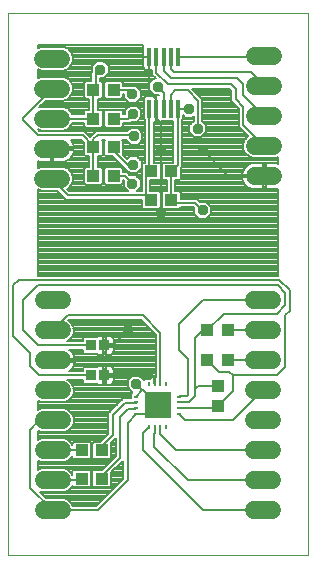
<source format=gtl>
G75*
%MOIN*%
%OFA0B0*%
%FSLAX25Y25*%
%IPPOS*%
%LPD*%
%AMOC8*
5,1,8,0,0,1.08239X$1,22.5*
%
%ADD10C,0.00000*%
%ADD11R,0.09055X0.09055*%
%ADD12R,0.01772X0.00984*%
%ADD13R,0.00984X0.01772*%
%ADD14C,0.06000*%
%ADD15R,0.04331X0.03937*%
%ADD16R,0.03346X0.03543*%
%ADD17R,0.03937X0.04331*%
%ADD18R,0.01575X0.06102*%
%ADD19C,0.00800*%
%ADD20OC8,0.03562*%
D10*
X0002000Y0001000D02*
X0002000Y0181800D01*
X0102000Y0181800D01*
X0102000Y0001000D01*
X0002000Y0001000D01*
D11*
X0052000Y0051000D03*
D12*
X0044913Y0050016D03*
X0044913Y0051984D03*
X0044913Y0053953D03*
X0044913Y0048047D03*
X0059087Y0048047D03*
X0059087Y0050016D03*
X0059087Y0051984D03*
X0059087Y0053953D03*
D13*
X0054953Y0058087D03*
X0052984Y0058087D03*
X0051016Y0058087D03*
X0049047Y0058087D03*
X0049047Y0043913D03*
X0051016Y0043913D03*
X0052984Y0043913D03*
X0054953Y0043913D03*
D14*
X0084000Y0046000D02*
X0090000Y0046000D01*
X0090000Y0056000D02*
X0084000Y0056000D01*
X0084000Y0066000D02*
X0090000Y0066000D01*
X0090000Y0076000D02*
X0084000Y0076000D01*
X0084000Y0086000D02*
X0090000Y0086000D01*
X0090600Y0127400D02*
X0084600Y0127400D01*
X0084600Y0137400D02*
X0090600Y0137400D01*
X0090600Y0147400D02*
X0084600Y0147400D01*
X0084600Y0157400D02*
X0090600Y0157400D01*
X0090600Y0167400D02*
X0084600Y0167400D01*
X0020000Y0086000D02*
X0014000Y0086000D01*
X0014000Y0076000D02*
X0020000Y0076000D01*
X0020000Y0066000D02*
X0014000Y0066000D01*
X0014000Y0056000D02*
X0020000Y0056000D01*
X0020000Y0046000D02*
X0014000Y0046000D01*
X0014000Y0036000D02*
X0020000Y0036000D01*
X0020000Y0026000D02*
X0014000Y0026000D01*
X0014000Y0016000D02*
X0020000Y0016000D01*
X0084000Y0016000D02*
X0090000Y0016000D01*
X0090000Y0026000D02*
X0084000Y0026000D01*
X0084000Y0036000D02*
X0090000Y0036000D01*
X0019800Y0126600D02*
X0013800Y0126600D01*
X0013800Y0136600D02*
X0019800Y0136600D01*
X0019800Y0146600D02*
X0013800Y0146600D01*
X0013800Y0156600D02*
X0019800Y0156600D01*
X0019800Y0166600D02*
X0013800Y0166600D01*
D15*
X0030654Y0156200D03*
X0030654Y0146600D03*
X0037346Y0146600D03*
X0037346Y0156200D03*
X0037346Y0137000D03*
X0037346Y0127400D03*
X0030654Y0127400D03*
X0030654Y0137000D03*
X0049854Y0129000D03*
X0049854Y0119400D03*
X0056546Y0119400D03*
X0056546Y0129000D03*
X0068654Y0076000D03*
X0068654Y0066000D03*
X0075346Y0066000D03*
X0075346Y0076000D03*
X0033471Y0036000D03*
X0033471Y0026625D03*
X0026779Y0026625D03*
X0026779Y0036000D03*
D16*
X0029717Y0061000D03*
X0034283Y0061000D03*
X0034283Y0071000D03*
X0029717Y0071000D03*
D17*
X0072000Y0057471D03*
X0072000Y0050779D03*
D18*
X0058724Y0149939D03*
X0056362Y0149939D03*
X0054000Y0149939D03*
X0051638Y0149939D03*
X0049276Y0149939D03*
X0049276Y0167261D03*
X0051638Y0167261D03*
X0054000Y0167261D03*
X0056362Y0167261D03*
X0058724Y0167261D03*
D19*
X0087461Y0167261D01*
X0087600Y0167400D01*
X0083000Y0162000D02*
X0087600Y0157400D01*
X0083000Y0162000D02*
X0057500Y0162000D01*
X0056362Y0163138D01*
X0056362Y0167261D01*
X0054000Y0167261D02*
X0054000Y0162500D01*
X0056500Y0160000D01*
X0078500Y0160000D01*
X0080500Y0158000D01*
X0080500Y0154500D01*
X0087600Y0147400D01*
X0080500Y0144500D02*
X0087600Y0137400D01*
X0087200Y0131800D02*
X0084254Y0131800D01*
X0083570Y0131692D01*
X0082911Y0131478D01*
X0082294Y0131163D01*
X0081734Y0130756D01*
X0081244Y0130266D01*
X0080837Y0129706D01*
X0080522Y0129089D01*
X0080308Y0128430D01*
X0080209Y0127800D01*
X0087200Y0127800D01*
X0087200Y0131800D01*
X0087200Y0131157D02*
X0088000Y0131157D01*
X0088000Y0131800D02*
X0088000Y0127800D01*
X0087200Y0127800D01*
X0087200Y0127000D01*
X0088000Y0127000D01*
X0088000Y0123000D01*
X0090946Y0123000D01*
X0091630Y0123108D01*
X0092000Y0123228D01*
X0092000Y0094275D01*
X0012000Y0094275D01*
X0012000Y0123016D01*
X0013004Y0122600D01*
X0018420Y0122600D01*
X0020600Y0120420D01*
X0021420Y0119600D01*
X0046688Y0119600D01*
X0046688Y0117017D01*
X0047274Y0116431D01*
X0052433Y0116431D01*
X0053019Y0117017D01*
X0053019Y0121783D01*
X0052433Y0122368D01*
X0049654Y0122368D01*
X0049654Y0126031D01*
X0052433Y0126031D01*
X0053019Y0126617D01*
X0053019Y0131383D01*
X0052433Y0131968D01*
X0050676Y0131968D01*
X0050676Y0145487D01*
X0051638Y0145487D01*
X0052610Y0145487D01*
X0052966Y0145583D01*
X0053285Y0145767D01*
X0053405Y0145887D01*
X0057324Y0145887D01*
X0057324Y0131968D01*
X0053967Y0131968D01*
X0053381Y0131383D01*
X0053381Y0126617D01*
X0053967Y0126031D01*
X0055146Y0126031D01*
X0055146Y0122368D01*
X0053967Y0122368D01*
X0053381Y0121783D01*
X0053381Y0117017D01*
X0053967Y0116431D01*
X0059126Y0116431D01*
X0059712Y0117017D01*
X0059712Y0117100D01*
X0063920Y0117100D01*
X0064219Y0116801D01*
X0064219Y0114848D01*
X0065848Y0113219D01*
X0068152Y0113219D01*
X0069781Y0114848D01*
X0069781Y0117152D01*
X0068152Y0118781D01*
X0066199Y0118781D01*
X0065900Y0119080D01*
X0065080Y0119900D01*
X0059712Y0119900D01*
X0059712Y0121783D01*
X0059126Y0122368D01*
X0057946Y0122368D01*
X0057946Y0126031D01*
X0059126Y0126031D01*
X0059712Y0126617D01*
X0059712Y0130185D01*
X0060124Y0130598D01*
X0060124Y0146086D01*
X0060512Y0146473D01*
X0060512Y0147655D01*
X0061248Y0146919D01*
X0063552Y0146919D01*
X0064037Y0147404D01*
X0064037Y0145721D01*
X0062656Y0144339D01*
X0062656Y0142036D01*
X0064286Y0140406D01*
X0066589Y0140406D01*
X0068219Y0142036D01*
X0068219Y0144339D01*
X0066837Y0145721D01*
X0066837Y0153142D01*
X0063400Y0156580D01*
X0063380Y0156600D01*
X0075920Y0156600D01*
X0076600Y0155920D01*
X0076600Y0152420D01*
X0079100Y0149920D01*
X0079100Y0143920D01*
X0082282Y0140738D01*
X0081209Y0139666D01*
X0080600Y0138196D01*
X0080600Y0136604D01*
X0081209Y0135134D01*
X0082334Y0134009D01*
X0083804Y0133400D01*
X0091396Y0133400D01*
X0092000Y0133650D01*
X0092000Y0131572D01*
X0091630Y0131692D01*
X0090946Y0131800D01*
X0088000Y0131800D01*
X0088000Y0130359D02*
X0087200Y0130359D01*
X0087200Y0129560D02*
X0088000Y0129560D01*
X0088000Y0128762D02*
X0087200Y0128762D01*
X0087200Y0127963D02*
X0088000Y0127963D01*
X0087600Y0127400D02*
X0075600Y0127400D01*
X0067000Y0136000D01*
X0066923Y0140739D02*
X0082281Y0140739D01*
X0081484Y0139941D02*
X0060124Y0139941D01*
X0060124Y0140739D02*
X0063952Y0140739D01*
X0063154Y0141538D02*
X0060124Y0141538D01*
X0060124Y0142337D02*
X0062656Y0142337D01*
X0062656Y0143135D02*
X0060124Y0143135D01*
X0060124Y0143934D02*
X0062656Y0143934D01*
X0063049Y0144732D02*
X0060124Y0144732D01*
X0060124Y0145531D02*
X0063847Y0145531D01*
X0064037Y0146329D02*
X0060368Y0146329D01*
X0060512Y0147128D02*
X0061039Y0147128D01*
X0062400Y0149700D02*
X0058963Y0149700D01*
X0058724Y0149939D01*
X0058724Y0131178D01*
X0056546Y0129000D01*
X0056546Y0119400D01*
X0057446Y0118500D01*
X0064500Y0118500D01*
X0067000Y0116000D01*
X0065477Y0113590D02*
X0012000Y0113590D01*
X0012000Y0112792D02*
X0092000Y0112792D01*
X0092000Y0113590D02*
X0068523Y0113590D01*
X0069322Y0114389D02*
X0092000Y0114389D01*
X0092000Y0115187D02*
X0069781Y0115187D01*
X0069781Y0115986D02*
X0092000Y0115986D01*
X0092000Y0116784D02*
X0069781Y0116784D01*
X0069350Y0117583D02*
X0092000Y0117583D01*
X0092000Y0118381D02*
X0068552Y0118381D01*
X0065900Y0119080D02*
X0065900Y0119080D01*
X0065800Y0119180D02*
X0092000Y0119180D01*
X0092000Y0119978D02*
X0059712Y0119978D01*
X0059712Y0120777D02*
X0092000Y0120777D01*
X0092000Y0121575D02*
X0059712Y0121575D01*
X0057946Y0122374D02*
X0092000Y0122374D01*
X0092000Y0123172D02*
X0091827Y0123172D01*
X0088000Y0123172D02*
X0087200Y0123172D01*
X0087200Y0123000D02*
X0087200Y0127000D01*
X0080209Y0127000D01*
X0080308Y0126370D01*
X0080522Y0125711D01*
X0080837Y0125094D01*
X0081244Y0124534D01*
X0081734Y0124044D01*
X0082294Y0123637D01*
X0082911Y0123322D01*
X0083570Y0123108D01*
X0084254Y0123000D01*
X0087200Y0123000D01*
X0087200Y0123971D02*
X0088000Y0123971D01*
X0088000Y0124769D02*
X0087200Y0124769D01*
X0087200Y0125568D02*
X0088000Y0125568D01*
X0088000Y0126366D02*
X0087200Y0126366D01*
X0087200Y0127165D02*
X0059712Y0127165D01*
X0059712Y0127963D02*
X0080234Y0127963D01*
X0080416Y0128762D02*
X0059712Y0128762D01*
X0059712Y0129560D02*
X0080763Y0129560D01*
X0081336Y0130359D02*
X0059885Y0130359D01*
X0060124Y0131157D02*
X0082286Y0131157D01*
X0083435Y0133553D02*
X0060124Y0133553D01*
X0060124Y0134351D02*
X0081992Y0134351D01*
X0081202Y0135150D02*
X0060124Y0135150D01*
X0060124Y0135948D02*
X0080872Y0135948D01*
X0080600Y0136747D02*
X0060124Y0136747D01*
X0060124Y0137545D02*
X0080600Y0137545D01*
X0080661Y0138344D02*
X0060124Y0138344D01*
X0060124Y0139142D02*
X0080992Y0139142D01*
X0081482Y0141538D02*
X0067721Y0141538D01*
X0068219Y0142337D02*
X0080684Y0142337D01*
X0079885Y0143135D02*
X0068219Y0143135D01*
X0068219Y0143934D02*
X0079100Y0143934D01*
X0079100Y0144732D02*
X0067826Y0144732D01*
X0067027Y0145531D02*
X0079100Y0145531D01*
X0079100Y0146329D02*
X0066837Y0146329D01*
X0066837Y0147128D02*
X0079100Y0147128D01*
X0079100Y0147926D02*
X0066837Y0147926D01*
X0066837Y0148725D02*
X0079100Y0148725D01*
X0079100Y0149523D02*
X0066837Y0149523D01*
X0066837Y0150322D02*
X0078698Y0150322D01*
X0077900Y0151120D02*
X0066837Y0151120D01*
X0066837Y0151919D02*
X0077101Y0151919D01*
X0076600Y0152717D02*
X0066837Y0152717D01*
X0066464Y0153516D02*
X0076600Y0153516D01*
X0076600Y0154314D02*
X0065666Y0154314D01*
X0064867Y0155113D02*
X0076600Y0155113D01*
X0076600Y0155911D02*
X0064069Y0155911D01*
X0062000Y0156000D02*
X0065437Y0152563D01*
X0065437Y0143188D01*
X0064037Y0147128D02*
X0063761Y0147128D01*
X0062000Y0156000D02*
X0057937Y0156000D01*
X0056375Y0154438D01*
X0056375Y0149951D01*
X0056362Y0149939D01*
X0054000Y0149939D02*
X0054000Y0155250D01*
X0052000Y0157250D01*
X0051489Y0160031D02*
X0050848Y0160031D01*
X0049219Y0158402D01*
X0049219Y0156098D01*
X0050848Y0154469D01*
X0052600Y0154469D01*
X0052600Y0154390D01*
X0051638Y0154390D01*
X0051638Y0149939D01*
X0051638Y0149939D01*
X0051638Y0154390D01*
X0050666Y0154390D01*
X0050310Y0154294D01*
X0049991Y0154110D01*
X0049870Y0153990D01*
X0048074Y0153990D01*
X0047488Y0153404D01*
X0047488Y0146473D01*
X0047876Y0146086D01*
X0047876Y0131968D01*
X0047274Y0131968D01*
X0046688Y0131383D01*
X0046688Y0126617D01*
X0046854Y0126452D01*
X0046854Y0122400D01*
X0045033Y0122400D01*
X0046381Y0123748D01*
X0046381Y0126052D01*
X0044752Y0127681D01*
X0042799Y0127681D01*
X0041680Y0128800D01*
X0040512Y0128800D01*
X0040512Y0129783D01*
X0039926Y0130368D01*
X0034767Y0130368D01*
X0034181Y0129783D01*
X0034181Y0125017D01*
X0034767Y0124431D01*
X0039926Y0124431D01*
X0040512Y0125017D01*
X0040512Y0126000D01*
X0040520Y0126000D01*
X0040819Y0125701D01*
X0040819Y0123748D01*
X0042167Y0122400D01*
X0022580Y0122400D01*
X0021857Y0123123D01*
X0022066Y0123209D01*
X0023191Y0124334D01*
X0023800Y0125804D01*
X0023800Y0127396D01*
X0023191Y0128866D01*
X0022066Y0129991D01*
X0020596Y0130600D01*
X0013004Y0130600D01*
X0012000Y0130184D01*
X0012000Y0132579D01*
X0012111Y0132522D01*
X0012770Y0132308D01*
X0013454Y0132200D01*
X0016400Y0132200D01*
X0016400Y0136200D01*
X0017200Y0136200D01*
X0017200Y0137000D01*
X0024191Y0137000D01*
X0024092Y0137630D01*
X0023878Y0138289D01*
X0023563Y0138906D01*
X0023156Y0139466D01*
X0023023Y0139600D01*
X0026420Y0139600D01*
X0027488Y0138532D01*
X0027488Y0134617D01*
X0028074Y0134031D01*
X0029254Y0134031D01*
X0029254Y0130368D01*
X0028074Y0130368D01*
X0027488Y0129783D01*
X0027488Y0125017D01*
X0028074Y0124431D01*
X0033233Y0124431D01*
X0033819Y0125017D01*
X0033819Y0129783D01*
X0033233Y0130368D01*
X0032054Y0130368D01*
X0032054Y0134031D01*
X0033233Y0134031D01*
X0033819Y0134617D01*
X0033819Y0139383D01*
X0033602Y0139600D01*
X0034398Y0139600D01*
X0034181Y0139383D01*
X0034181Y0134617D01*
X0034767Y0134031D01*
X0036989Y0134031D01*
X0040600Y0130420D01*
X0041420Y0129600D01*
X0041567Y0129600D01*
X0042748Y0128419D01*
X0045052Y0128419D01*
X0046681Y0130048D01*
X0046681Y0132352D01*
X0045052Y0133981D01*
X0042748Y0133981D01*
X0041873Y0133106D01*
X0040437Y0134543D01*
X0040512Y0134617D01*
X0040512Y0139383D01*
X0040295Y0139600D01*
X0041406Y0139600D01*
X0041406Y0139536D01*
X0043036Y0137906D01*
X0045339Y0137906D01*
X0046969Y0139536D01*
X0046969Y0141839D01*
X0045339Y0143469D01*
X0043036Y0143469D01*
X0041967Y0142400D01*
X0031420Y0142400D01*
X0030600Y0141580D01*
X0029500Y0140480D01*
X0028400Y0141580D01*
X0027580Y0142400D01*
X0012580Y0142400D01*
X0012000Y0142980D01*
X0012000Y0143016D01*
X0013004Y0142600D01*
X0020596Y0142600D01*
X0022066Y0143209D01*
X0023191Y0144334D01*
X0023550Y0145200D01*
X0027488Y0145200D01*
X0027488Y0144217D01*
X0028074Y0143631D01*
X0033233Y0143631D01*
X0033819Y0144217D01*
X0033819Y0148983D01*
X0033233Y0149568D01*
X0032054Y0149568D01*
X0032054Y0153231D01*
X0033233Y0153231D01*
X0033819Y0153817D01*
X0033819Y0158583D01*
X0033233Y0159168D01*
X0032775Y0159168D01*
X0032775Y0160094D01*
X0034089Y0160094D01*
X0035719Y0161723D01*
X0035719Y0164027D01*
X0034089Y0165656D01*
X0031786Y0165656D01*
X0030156Y0164027D01*
X0030156Y0162074D01*
X0029975Y0161892D01*
X0029975Y0159168D01*
X0028074Y0159168D01*
X0027488Y0158583D01*
X0027488Y0153817D01*
X0028074Y0153231D01*
X0029254Y0153231D01*
X0029254Y0149568D01*
X0028074Y0149568D01*
X0027488Y0148983D01*
X0027488Y0148000D01*
X0023550Y0148000D01*
X0023191Y0148866D01*
X0022066Y0149991D01*
X0020596Y0150600D01*
X0013004Y0150600D01*
X0012621Y0150441D01*
X0014780Y0152600D01*
X0020596Y0152600D01*
X0022066Y0153209D01*
X0023191Y0154334D01*
X0023800Y0155804D01*
X0023800Y0157396D01*
X0023191Y0158866D01*
X0022066Y0159991D01*
X0020596Y0160600D01*
X0013004Y0160600D01*
X0012000Y0160184D01*
X0012000Y0163016D01*
X0013004Y0162600D01*
X0020596Y0162600D01*
X0022066Y0163209D01*
X0023191Y0164334D01*
X0023800Y0165804D01*
X0023800Y0167396D01*
X0023191Y0168866D01*
X0022066Y0169991D01*
X0020596Y0170600D01*
X0013004Y0170600D01*
X0012000Y0170184D01*
X0012000Y0171000D01*
X0047268Y0171000D01*
X0047184Y0170853D01*
X0047088Y0170497D01*
X0047088Y0167261D01*
X0047088Y0164026D01*
X0047184Y0163670D01*
X0047368Y0163351D01*
X0047629Y0163090D01*
X0047948Y0162906D01*
X0048304Y0162810D01*
X0049276Y0162810D01*
X0050238Y0162810D01*
X0050238Y0161282D01*
X0051489Y0160031D01*
X0050721Y0159904D02*
X0032775Y0159904D01*
X0033296Y0159105D02*
X0034704Y0159105D01*
X0034767Y0159168D02*
X0034181Y0158583D01*
X0034181Y0153817D01*
X0034767Y0153231D01*
X0039926Y0153231D01*
X0040512Y0153817D01*
X0040512Y0154800D01*
X0040781Y0154800D01*
X0040781Y0153598D01*
X0042411Y0151969D01*
X0044714Y0151969D01*
X0046344Y0153598D01*
X0046344Y0155902D01*
X0044714Y0157531D01*
X0042449Y0157531D01*
X0042380Y0157600D01*
X0040512Y0157600D01*
X0040512Y0158583D01*
X0039926Y0159168D01*
X0034767Y0159168D01*
X0034181Y0158307D02*
X0033819Y0158307D01*
X0033819Y0157508D02*
X0034181Y0157508D01*
X0034181Y0156710D02*
X0033819Y0156710D01*
X0033819Y0155911D02*
X0034181Y0155911D01*
X0034181Y0155113D02*
X0033819Y0155113D01*
X0033819Y0154314D02*
X0034181Y0154314D01*
X0034483Y0153516D02*
X0033517Y0153516D01*
X0032054Y0152717D02*
X0041662Y0152717D01*
X0040864Y0153516D02*
X0040210Y0153516D01*
X0040512Y0154314D02*
X0040781Y0154314D01*
X0042000Y0156000D02*
X0041800Y0156200D01*
X0037346Y0156200D01*
X0034698Y0160702D02*
X0050818Y0160702D01*
X0050238Y0161501D02*
X0035496Y0161501D01*
X0035719Y0162299D02*
X0050238Y0162299D01*
X0049276Y0162810D02*
X0049276Y0167261D01*
X0049276Y0167261D01*
X0049276Y0162810D01*
X0049276Y0163098D02*
X0049276Y0163098D01*
X0049276Y0163896D02*
X0049276Y0163896D01*
X0049276Y0164695D02*
X0049276Y0164695D01*
X0049276Y0165493D02*
X0049276Y0165493D01*
X0049276Y0166292D02*
X0049276Y0166292D01*
X0049276Y0167090D02*
X0049276Y0167090D01*
X0049200Y0167186D02*
X0049276Y0167261D01*
X0049275Y0167261D02*
X0047088Y0167261D01*
X0049275Y0167261D01*
X0049275Y0167261D01*
X0049200Y0167186D02*
X0049200Y0155300D01*
X0051687Y0152813D01*
X0051687Y0149988D01*
X0051638Y0149939D01*
X0051687Y0149889D01*
X0051687Y0146625D01*
X0052000Y0146313D01*
X0052000Y0146000D01*
X0053250Y0144750D01*
X0053250Y0136000D01*
X0053250Y0115062D01*
X0053614Y0116784D02*
X0052786Y0116784D01*
X0053019Y0117583D02*
X0053381Y0117583D01*
X0053381Y0118381D02*
X0053019Y0118381D01*
X0053019Y0119180D02*
X0053381Y0119180D01*
X0053381Y0119978D02*
X0053019Y0119978D01*
X0053019Y0120777D02*
X0053381Y0120777D01*
X0053381Y0121575D02*
X0053019Y0121575D01*
X0055146Y0122374D02*
X0049654Y0122374D01*
X0049654Y0123172D02*
X0055146Y0123172D01*
X0055146Y0123971D02*
X0049654Y0123971D01*
X0049654Y0124769D02*
X0055146Y0124769D01*
X0055146Y0125568D02*
X0049654Y0125568D01*
X0048254Y0127400D02*
X0049854Y0129000D01*
X0049276Y0129578D01*
X0049276Y0149939D01*
X0047488Y0150322D02*
X0045674Y0150322D01*
X0045027Y0150969D02*
X0046656Y0149339D01*
X0046656Y0147036D01*
X0045027Y0145406D01*
X0043074Y0145406D01*
X0042867Y0145200D01*
X0040512Y0145200D01*
X0040512Y0144217D01*
X0039926Y0143631D01*
X0034767Y0143631D01*
X0034181Y0144217D01*
X0034181Y0148983D01*
X0034767Y0149568D01*
X0039926Y0149568D01*
X0040512Y0148983D01*
X0040512Y0148000D01*
X0041094Y0148000D01*
X0041094Y0149339D01*
X0042723Y0150969D01*
X0045027Y0150969D01*
X0045463Y0152717D02*
X0047488Y0152717D01*
X0047488Y0151919D02*
X0032054Y0151919D01*
X0032054Y0151120D02*
X0047488Y0151120D01*
X0047488Y0149523D02*
X0046472Y0149523D01*
X0046656Y0148725D02*
X0047488Y0148725D01*
X0047488Y0147926D02*
X0046656Y0147926D01*
X0046656Y0147128D02*
X0047488Y0147128D01*
X0047632Y0146329D02*
X0045950Y0146329D01*
X0045151Y0145531D02*
X0047876Y0145531D01*
X0047876Y0144732D02*
X0040512Y0144732D01*
X0040228Y0143934D02*
X0047876Y0143934D01*
X0047876Y0143135D02*
X0045673Y0143135D01*
X0046472Y0142337D02*
X0047876Y0142337D01*
X0047876Y0141538D02*
X0046969Y0141538D01*
X0046969Y0140739D02*
X0047876Y0140739D01*
X0047876Y0139941D02*
X0046969Y0139941D01*
X0046576Y0139142D02*
X0047876Y0139142D01*
X0047876Y0138344D02*
X0045777Y0138344D01*
X0044187Y0140688D02*
X0043875Y0141000D01*
X0032000Y0141000D01*
X0030654Y0139654D01*
X0030654Y0137000D01*
X0030654Y0127400D01*
X0033243Y0130359D02*
X0034757Y0130359D01*
X0034181Y0129560D02*
X0033819Y0129560D01*
X0033819Y0128762D02*
X0034181Y0128762D01*
X0034181Y0127963D02*
X0033819Y0127963D01*
X0033819Y0127165D02*
X0034181Y0127165D01*
X0034181Y0126366D02*
X0033819Y0126366D01*
X0033819Y0125568D02*
X0034181Y0125568D01*
X0034429Y0124769D02*
X0033571Y0124769D01*
X0037346Y0127400D02*
X0041100Y0127400D01*
X0043600Y0124900D01*
X0045805Y0123172D02*
X0046854Y0123172D01*
X0046854Y0123971D02*
X0046381Y0123971D01*
X0046381Y0124769D02*
X0046854Y0124769D01*
X0046854Y0125568D02*
X0046381Y0125568D01*
X0046067Y0126366D02*
X0046854Y0126366D01*
X0046688Y0127165D02*
X0045268Y0127165D01*
X0045395Y0128762D02*
X0046688Y0128762D01*
X0046688Y0129560D02*
X0046193Y0129560D01*
X0046681Y0130359D02*
X0046688Y0130359D01*
X0046681Y0131157D02*
X0046688Y0131157D01*
X0046681Y0131956D02*
X0047261Y0131956D01*
X0047876Y0132754D02*
X0046279Y0132754D01*
X0045480Y0133553D02*
X0047876Y0133553D01*
X0047876Y0134351D02*
X0040628Y0134351D01*
X0040512Y0135150D02*
X0047876Y0135150D01*
X0047876Y0135948D02*
X0040512Y0135948D01*
X0040512Y0136747D02*
X0047876Y0136747D01*
X0047876Y0137545D02*
X0040512Y0137545D01*
X0040512Y0138344D02*
X0042598Y0138344D01*
X0041799Y0139142D02*
X0040512Y0139142D01*
X0042702Y0143135D02*
X0021887Y0143135D01*
X0022790Y0143934D02*
X0027772Y0143934D01*
X0027488Y0144732D02*
X0023356Y0144732D01*
X0023250Y0148725D02*
X0027488Y0148725D01*
X0028029Y0149523D02*
X0022534Y0149523D01*
X0021268Y0150322D02*
X0029254Y0150322D01*
X0029254Y0151120D02*
X0013300Y0151120D01*
X0014099Y0151919D02*
X0029254Y0151919D01*
X0029254Y0152717D02*
X0020878Y0152717D01*
X0022373Y0153516D02*
X0027790Y0153516D01*
X0027488Y0154314D02*
X0023171Y0154314D01*
X0023513Y0155113D02*
X0027488Y0155113D01*
X0027488Y0155911D02*
X0023800Y0155911D01*
X0023800Y0156710D02*
X0027488Y0156710D01*
X0027488Y0157508D02*
X0023753Y0157508D01*
X0023423Y0158307D02*
X0027488Y0158307D01*
X0028011Y0159105D02*
X0022952Y0159105D01*
X0022153Y0159904D02*
X0029975Y0159904D01*
X0029975Y0160702D02*
X0012000Y0160702D01*
X0012000Y0161501D02*
X0029975Y0161501D01*
X0030156Y0162299D02*
X0012000Y0162299D01*
X0016800Y0156600D02*
X0007000Y0146800D01*
X0007000Y0146000D01*
X0012000Y0141000D01*
X0027000Y0141000D01*
X0030654Y0137346D01*
X0030654Y0137000D01*
X0032054Y0133553D02*
X0037467Y0133553D01*
X0038266Y0132754D02*
X0032054Y0132754D01*
X0032054Y0131956D02*
X0039064Y0131956D01*
X0039863Y0131157D02*
X0032054Y0131157D01*
X0033553Y0134351D02*
X0034447Y0134351D01*
X0034181Y0135150D02*
X0033819Y0135150D01*
X0033819Y0135948D02*
X0034181Y0135948D01*
X0034181Y0136747D02*
X0033819Y0136747D01*
X0033819Y0137545D02*
X0034181Y0137545D01*
X0034181Y0138344D02*
X0033819Y0138344D01*
X0033819Y0139142D02*
X0034181Y0139142D01*
X0034465Y0143934D02*
X0033535Y0143934D01*
X0033819Y0144732D02*
X0034181Y0144732D01*
X0034181Y0145531D02*
X0033819Y0145531D01*
X0033819Y0146329D02*
X0034181Y0146329D01*
X0034181Y0147128D02*
X0033819Y0147128D01*
X0033819Y0147926D02*
X0034181Y0147926D01*
X0034181Y0148725D02*
X0033819Y0148725D01*
X0033278Y0149523D02*
X0034721Y0149523D01*
X0037346Y0146600D02*
X0042288Y0146600D01*
X0043875Y0148188D01*
X0042076Y0150322D02*
X0032054Y0150322D01*
X0030654Y0146600D02*
X0030654Y0156200D01*
X0031375Y0156921D01*
X0031375Y0161313D01*
X0032938Y0162875D01*
X0034252Y0165493D02*
X0047088Y0165493D01*
X0047088Y0164695D02*
X0035051Y0164695D01*
X0035719Y0163896D02*
X0047123Y0163896D01*
X0047621Y0163098D02*
X0035719Y0163098D01*
X0031623Y0165493D02*
X0023671Y0165493D01*
X0023800Y0166292D02*
X0047088Y0166292D01*
X0047088Y0167090D02*
X0023800Y0167090D01*
X0023596Y0167889D02*
X0047088Y0167889D01*
X0047088Y0168687D02*
X0023265Y0168687D01*
X0022571Y0169486D02*
X0047088Y0169486D01*
X0047088Y0170284D02*
X0021358Y0170284D01*
X0023340Y0164695D02*
X0030824Y0164695D01*
X0030156Y0163896D02*
X0022753Y0163896D01*
X0021797Y0163098D02*
X0030156Y0163098D01*
X0030654Y0146600D02*
X0016800Y0146600D01*
X0017200Y0136747D02*
X0027488Y0136747D01*
X0027488Y0137545D02*
X0024105Y0137545D01*
X0023850Y0138344D02*
X0027488Y0138344D01*
X0026878Y0139142D02*
X0023391Y0139142D01*
X0024191Y0136200D02*
X0024092Y0135570D01*
X0023878Y0134911D01*
X0023563Y0134294D01*
X0023156Y0133734D01*
X0022666Y0133244D01*
X0022106Y0132837D01*
X0021489Y0132522D01*
X0020830Y0132308D01*
X0020146Y0132200D01*
X0017200Y0132200D01*
X0017200Y0136200D01*
X0024191Y0136200D01*
X0024152Y0135948D02*
X0027488Y0135948D01*
X0027488Y0135150D02*
X0023955Y0135150D01*
X0023592Y0134351D02*
X0027754Y0134351D01*
X0029254Y0133553D02*
X0022975Y0133553D01*
X0021944Y0132754D02*
X0029254Y0132754D01*
X0029254Y0131956D02*
X0012000Y0131956D01*
X0012000Y0131157D02*
X0029254Y0131157D01*
X0028064Y0130359D02*
X0021178Y0130359D01*
X0022497Y0129560D02*
X0027488Y0129560D01*
X0027488Y0128762D02*
X0023234Y0128762D01*
X0023565Y0127963D02*
X0027488Y0127963D01*
X0027488Y0127165D02*
X0023800Y0127165D01*
X0023800Y0126366D02*
X0027488Y0126366D01*
X0027488Y0125568D02*
X0023702Y0125568D01*
X0023371Y0124769D02*
X0027736Y0124769D01*
X0022828Y0123971D02*
X0040819Y0123971D01*
X0040819Y0124769D02*
X0040264Y0124769D01*
X0040512Y0125568D02*
X0040819Y0125568D01*
X0041395Y0123172D02*
X0021977Y0123172D01*
X0022000Y0121000D02*
X0048254Y0121000D01*
X0048254Y0127400D01*
X0046688Y0127963D02*
X0042517Y0127963D01*
X0042405Y0128762D02*
X0041718Y0128762D01*
X0041607Y0129560D02*
X0040512Y0129560D01*
X0040661Y0130359D02*
X0039936Y0130359D01*
X0042000Y0131000D02*
X0043700Y0131000D01*
X0043900Y0131200D01*
X0042000Y0131000D02*
X0037346Y0135654D01*
X0037346Y0137000D01*
X0041427Y0133553D02*
X0042320Y0133553D01*
X0048254Y0121000D02*
X0049854Y0119400D01*
X0046688Y0119180D02*
X0012000Y0119180D01*
X0012000Y0119978D02*
X0021042Y0119978D01*
X0020243Y0120777D02*
X0012000Y0120777D01*
X0012000Y0121575D02*
X0019445Y0121575D01*
X0018646Y0122374D02*
X0012000Y0122374D01*
X0012000Y0118381D02*
X0046688Y0118381D01*
X0046688Y0117583D02*
X0012000Y0117583D01*
X0012000Y0116784D02*
X0046921Y0116784D01*
X0052768Y0126366D02*
X0053632Y0126366D01*
X0053381Y0127165D02*
X0053019Y0127165D01*
X0053019Y0127963D02*
X0053381Y0127963D01*
X0053381Y0128762D02*
X0053019Y0128762D01*
X0053019Y0129560D02*
X0053381Y0129560D01*
X0053381Y0130359D02*
X0053019Y0130359D01*
X0053019Y0131157D02*
X0053381Y0131157D01*
X0053954Y0131956D02*
X0052446Y0131956D01*
X0050676Y0132754D02*
X0057324Y0132754D01*
X0057324Y0133553D02*
X0050676Y0133553D01*
X0050676Y0134351D02*
X0057324Y0134351D01*
X0057324Y0135150D02*
X0050676Y0135150D01*
X0050676Y0135948D02*
X0057324Y0135948D01*
X0057324Y0136747D02*
X0050676Y0136747D01*
X0050676Y0137545D02*
X0057324Y0137545D01*
X0057324Y0138344D02*
X0050676Y0138344D01*
X0050676Y0139142D02*
X0057324Y0139142D01*
X0057324Y0139941D02*
X0050676Y0139941D01*
X0050676Y0140739D02*
X0057324Y0140739D01*
X0057324Y0141538D02*
X0050676Y0141538D01*
X0050676Y0142337D02*
X0057324Y0142337D01*
X0057324Y0143135D02*
X0050676Y0143135D01*
X0050676Y0143934D02*
X0057324Y0143934D01*
X0057324Y0144732D02*
X0050676Y0144732D01*
X0051638Y0145487D02*
X0051638Y0149938D01*
X0051638Y0145487D01*
X0051638Y0145531D02*
X0051638Y0145531D01*
X0051638Y0146329D02*
X0051638Y0146329D01*
X0051638Y0147128D02*
X0051638Y0147128D01*
X0051638Y0147926D02*
X0051638Y0147926D01*
X0051638Y0148725D02*
X0051638Y0148725D01*
X0051638Y0149523D02*
X0051638Y0149523D01*
X0051638Y0149938D02*
X0051638Y0149938D01*
X0051638Y0150322D02*
X0051638Y0150322D01*
X0051638Y0151120D02*
X0051638Y0151120D01*
X0051638Y0151919D02*
X0051638Y0151919D01*
X0051638Y0152717D02*
X0051638Y0152717D01*
X0051638Y0153516D02*
X0051638Y0153516D01*
X0051638Y0154314D02*
X0051638Y0154314D01*
X0050384Y0154314D02*
X0046344Y0154314D01*
X0046344Y0155113D02*
X0050204Y0155113D01*
X0049406Y0155911D02*
X0046334Y0155911D01*
X0045536Y0156710D02*
X0049219Y0156710D01*
X0049219Y0157508D02*
X0044737Y0157508D01*
X0042313Y0156000D02*
X0043562Y0154750D01*
X0042313Y0156000D02*
X0042000Y0156000D01*
X0040512Y0158307D02*
X0049219Y0158307D01*
X0049922Y0159105D02*
X0039989Y0159105D01*
X0046261Y0153516D02*
X0047600Y0153516D01*
X0055500Y0158000D02*
X0051638Y0161862D01*
X0051638Y0167261D01*
X0055500Y0158000D02*
X0076500Y0158000D01*
X0078000Y0156500D01*
X0078000Y0153000D01*
X0080500Y0150500D01*
X0080500Y0144500D01*
X0080309Y0126366D02*
X0059461Y0126366D01*
X0057946Y0125568D02*
X0080595Y0125568D01*
X0081073Y0124769D02*
X0057946Y0124769D01*
X0057946Y0123971D02*
X0081834Y0123971D01*
X0083373Y0123172D02*
X0057946Y0123172D01*
X0059479Y0116784D02*
X0064219Y0116784D01*
X0064219Y0115986D02*
X0012000Y0115986D01*
X0012000Y0115187D02*
X0064219Y0115187D01*
X0064678Y0114389D02*
X0012000Y0114389D01*
X0012000Y0111993D02*
X0092000Y0111993D01*
X0092000Y0111195D02*
X0012000Y0111195D01*
X0012000Y0110396D02*
X0092000Y0110396D01*
X0092000Y0109598D02*
X0012000Y0109598D01*
X0012000Y0108799D02*
X0092000Y0108799D01*
X0092000Y0108001D02*
X0012000Y0108001D01*
X0012000Y0107202D02*
X0092000Y0107202D01*
X0092000Y0106403D02*
X0012000Y0106403D01*
X0012000Y0105605D02*
X0092000Y0105605D01*
X0092000Y0104806D02*
X0012000Y0104806D01*
X0012000Y0104008D02*
X0092000Y0104008D01*
X0092000Y0103209D02*
X0012000Y0103209D01*
X0012000Y0102411D02*
X0092000Y0102411D01*
X0092000Y0101612D02*
X0012000Y0101612D01*
X0012000Y0100814D02*
X0092000Y0100814D01*
X0092000Y0100015D02*
X0012000Y0100015D01*
X0012000Y0099217D02*
X0092000Y0099217D01*
X0092000Y0098418D02*
X0012000Y0098418D01*
X0012000Y0097620D02*
X0092000Y0097620D01*
X0092000Y0096821D02*
X0012000Y0096821D01*
X0012000Y0096023D02*
X0092000Y0096023D01*
X0092000Y0095224D02*
X0012000Y0095224D01*
X0012000Y0094426D02*
X0092000Y0094426D01*
X0092625Y0092875D02*
X0096062Y0089437D01*
X0096062Y0082563D01*
X0094500Y0081000D01*
X0094500Y0063812D01*
X0091687Y0061000D01*
X0077000Y0061000D01*
X0077000Y0055779D01*
X0072000Y0050779D01*
X0071284Y0050062D01*
X0059133Y0050062D01*
X0059087Y0050016D01*
X0059087Y0051984D02*
X0062359Y0051984D01*
X0064500Y0054125D01*
X0064500Y0056625D01*
X0065346Y0057471D01*
X0072000Y0057471D01*
X0072404Y0062250D02*
X0068654Y0066000D01*
X0072404Y0062250D02*
X0075750Y0062250D01*
X0077000Y0061000D01*
X0075346Y0066000D02*
X0087000Y0066000D01*
X0087000Y0076000D02*
X0075346Y0076000D01*
X0074279Y0081625D02*
X0068654Y0076000D01*
X0067000Y0076000D01*
X0064500Y0073500D01*
X0064500Y0056625D01*
X0062000Y0054437D02*
X0061687Y0054125D01*
X0059259Y0054125D01*
X0059087Y0053953D01*
X0062000Y0054437D02*
X0062000Y0066600D01*
X0059087Y0069513D01*
X0059087Y0078087D01*
X0067000Y0086000D01*
X0087000Y0086000D01*
X0091687Y0081625D02*
X0094500Y0084438D01*
X0094500Y0088500D01*
X0092000Y0091000D01*
X0012000Y0091000D01*
X0007000Y0086000D01*
X0007000Y0076000D01*
X0012000Y0071000D01*
X0029717Y0071000D01*
X0031630Y0073772D02*
X0027629Y0073772D01*
X0027043Y0073186D01*
X0027043Y0072400D01*
X0021761Y0072400D01*
X0022266Y0072609D01*
X0023391Y0073734D01*
X0024000Y0075204D01*
X0024000Y0076796D01*
X0023391Y0078266D01*
X0022318Y0079338D01*
X0022580Y0079600D01*
X0046420Y0079600D01*
X0051584Y0074436D01*
X0051584Y0060372D01*
X0051016Y0060372D01*
X0051016Y0058087D01*
X0051016Y0058087D01*
X0051016Y0060372D01*
X0050339Y0060372D01*
X0049983Y0060277D01*
X0049664Y0060093D01*
X0049544Y0059972D01*
X0048141Y0059972D01*
X0047555Y0059387D01*
X0047555Y0059378D01*
X0045964Y0060969D01*
X0043661Y0060969D01*
X0042031Y0059339D01*
X0042031Y0057036D01*
X0043622Y0055445D01*
X0043613Y0055445D01*
X0043028Y0054859D01*
X0043028Y0053337D01*
X0040483Y0053337D01*
X0039663Y0052517D01*
X0035600Y0048455D01*
X0035600Y0041580D01*
X0032989Y0038968D01*
X0030892Y0038968D01*
X0030306Y0038383D01*
X0030306Y0033617D01*
X0030892Y0033031D01*
X0036051Y0033031D01*
X0036637Y0033617D01*
X0036637Y0038383D01*
X0036500Y0038520D01*
X0037580Y0039600D01*
X0038100Y0040120D01*
X0038100Y0034080D01*
X0033614Y0029593D01*
X0030892Y0029593D01*
X0030306Y0029008D01*
X0030306Y0024242D01*
X0030892Y0023656D01*
X0036051Y0023656D01*
X0036637Y0024242D01*
X0036637Y0028657D01*
X0040080Y0032100D01*
X0040600Y0032620D01*
X0040600Y0026580D01*
X0031420Y0017400D01*
X0023750Y0017400D01*
X0023391Y0018266D01*
X0022266Y0019391D01*
X0020796Y0020000D01*
X0014980Y0020000D01*
X0012821Y0022159D01*
X0013204Y0022000D01*
X0020796Y0022000D01*
X0022266Y0022609D01*
X0023391Y0023734D01*
X0023613Y0024271D01*
X0023613Y0024242D01*
X0024199Y0023656D01*
X0029358Y0023656D01*
X0029944Y0024242D01*
X0029944Y0029008D01*
X0029358Y0029593D01*
X0024199Y0029593D01*
X0023613Y0029008D01*
X0023613Y0027729D01*
X0023391Y0028266D01*
X0022266Y0029391D01*
X0020796Y0030000D01*
X0013204Y0030000D01*
X0012000Y0029501D01*
X0012000Y0032499D01*
X0013204Y0032000D01*
X0020796Y0032000D01*
X0022266Y0032609D01*
X0023391Y0033734D01*
X0023613Y0034271D01*
X0023613Y0033617D01*
X0024199Y0033031D01*
X0029358Y0033031D01*
X0029944Y0033617D01*
X0029944Y0038383D01*
X0029358Y0038968D01*
X0024199Y0038968D01*
X0023613Y0038383D01*
X0023613Y0037729D01*
X0023391Y0038266D01*
X0022266Y0039391D01*
X0020796Y0040000D01*
X0013204Y0040000D01*
X0012000Y0039501D01*
X0012000Y0042499D01*
X0013204Y0042000D01*
X0020796Y0042000D01*
X0022266Y0042609D01*
X0023391Y0043734D01*
X0024000Y0045204D01*
X0024000Y0046796D01*
X0023391Y0048266D01*
X0022266Y0049391D01*
X0020796Y0050000D01*
X0013204Y0050000D01*
X0012000Y0049501D01*
X0012000Y0052499D01*
X0013204Y0052000D01*
X0020796Y0052000D01*
X0022266Y0052609D01*
X0023391Y0053734D01*
X0024000Y0055204D01*
X0024000Y0056796D01*
X0023391Y0058266D01*
X0022266Y0059391D01*
X0021761Y0059600D01*
X0027043Y0059600D01*
X0027043Y0058814D01*
X0027629Y0058228D01*
X0031630Y0058228D01*
X0031751Y0058108D01*
X0032070Y0057924D01*
X0032426Y0057828D01*
X0033883Y0057828D01*
X0033883Y0060600D01*
X0034683Y0060600D01*
X0034683Y0057828D01*
X0036141Y0057828D01*
X0036497Y0057924D01*
X0036816Y0058108D01*
X0037077Y0058369D01*
X0037261Y0058688D01*
X0037357Y0059044D01*
X0037357Y0060600D01*
X0034684Y0060600D01*
X0034684Y0061400D01*
X0037357Y0061400D01*
X0037357Y0062956D01*
X0037261Y0063312D01*
X0037077Y0063631D01*
X0036816Y0063892D01*
X0036497Y0064076D01*
X0036141Y0064172D01*
X0034683Y0064172D01*
X0034683Y0061400D01*
X0033883Y0061400D01*
X0033883Y0064172D01*
X0032426Y0064172D01*
X0032070Y0064076D01*
X0031751Y0063892D01*
X0031630Y0063772D01*
X0027629Y0063772D01*
X0027043Y0063186D01*
X0027043Y0062400D01*
X0022531Y0062400D01*
X0022866Y0062644D01*
X0023356Y0063134D01*
X0023763Y0063694D01*
X0024078Y0064311D01*
X0024292Y0064970D01*
X0024391Y0065600D01*
X0017400Y0065600D01*
X0017400Y0066400D01*
X0024391Y0066400D01*
X0024292Y0067030D01*
X0024078Y0067689D01*
X0023763Y0068306D01*
X0023356Y0068866D01*
X0022866Y0069356D01*
X0022531Y0069600D01*
X0027043Y0069600D01*
X0027043Y0068814D01*
X0027629Y0068228D01*
X0031630Y0068228D01*
X0031751Y0068108D01*
X0032070Y0067924D01*
X0032426Y0067828D01*
X0033883Y0067828D01*
X0033883Y0070600D01*
X0034683Y0070600D01*
X0034683Y0067828D01*
X0036141Y0067828D01*
X0036497Y0067924D01*
X0036816Y0068108D01*
X0037077Y0068369D01*
X0037261Y0068688D01*
X0037357Y0069044D01*
X0037357Y0070600D01*
X0034684Y0070600D01*
X0034684Y0071400D01*
X0037357Y0071400D01*
X0037357Y0072956D01*
X0037261Y0073312D01*
X0037077Y0073631D01*
X0036816Y0073892D01*
X0036497Y0074076D01*
X0036141Y0074172D01*
X0034683Y0074172D01*
X0034683Y0071400D01*
X0033883Y0071400D01*
X0033883Y0074172D01*
X0032426Y0074172D01*
X0032070Y0074076D01*
X0031751Y0073892D01*
X0031630Y0073772D01*
X0033883Y0073665D02*
X0034683Y0073665D01*
X0034683Y0072866D02*
X0033883Y0072866D01*
X0033883Y0072068D02*
X0034683Y0072068D01*
X0034684Y0071269D02*
X0051584Y0071269D01*
X0051584Y0070470D02*
X0037357Y0070470D01*
X0037000Y0071000D02*
X0042000Y0076000D01*
X0046766Y0079254D02*
X0022403Y0079254D01*
X0023201Y0078456D02*
X0047564Y0078456D01*
X0048363Y0077657D02*
X0023643Y0077657D01*
X0023974Y0076859D02*
X0049162Y0076859D01*
X0049960Y0076060D02*
X0024000Y0076060D01*
X0024000Y0075262D02*
X0050759Y0075262D01*
X0051557Y0074463D02*
X0023693Y0074463D01*
X0023321Y0073665D02*
X0027522Y0073665D01*
X0027043Y0072866D02*
X0022523Y0072866D01*
X0023349Y0068873D02*
X0027043Y0068873D01*
X0024212Y0067276D02*
X0051584Y0067276D01*
X0051584Y0066478D02*
X0024379Y0066478D01*
X0024263Y0064881D02*
X0051584Y0064881D01*
X0051584Y0065679D02*
X0017400Y0065679D01*
X0012625Y0061000D02*
X0009500Y0064125D01*
X0009500Y0068500D01*
X0003875Y0074125D01*
X0003875Y0091000D01*
X0005750Y0092875D01*
X0092625Y0092875D01*
X0091687Y0081625D02*
X0074279Y0081625D01*
X0087000Y0056000D02*
X0077000Y0046000D01*
X0061134Y0046000D01*
X0059087Y0048047D01*
X0052984Y0043913D02*
X0052937Y0043867D01*
X0052937Y0041313D01*
X0058250Y0036000D01*
X0087000Y0036000D01*
X0087000Y0026000D02*
X0062000Y0026000D01*
X0050750Y0037250D01*
X0050750Y0041625D01*
X0051062Y0041938D01*
X0051062Y0043867D01*
X0051016Y0043913D01*
X0049047Y0043913D02*
X0047000Y0041866D01*
X0047000Y0036000D01*
X0067000Y0016000D01*
X0087000Y0016000D01*
X0052984Y0058087D02*
X0052984Y0075016D01*
X0047000Y0081000D01*
X0022000Y0081000D01*
X0017000Y0076000D01*
X0023881Y0068075D02*
X0031808Y0068075D01*
X0033883Y0068075D02*
X0034683Y0068075D01*
X0034683Y0068873D02*
X0033883Y0068873D01*
X0033883Y0069672D02*
X0034683Y0069672D01*
X0034683Y0070470D02*
X0033883Y0070470D01*
X0034283Y0071000D02*
X0037000Y0071000D01*
X0037357Y0072068D02*
X0051584Y0072068D01*
X0051584Y0072866D02*
X0037357Y0072866D01*
X0037044Y0073665D02*
X0051584Y0073665D01*
X0051584Y0069672D02*
X0037357Y0069672D01*
X0037311Y0068873D02*
X0051584Y0068873D01*
X0051584Y0068075D02*
X0036759Y0068075D01*
X0036474Y0064082D02*
X0051584Y0064082D01*
X0051584Y0063284D02*
X0037269Y0063284D01*
X0037357Y0062485D02*
X0051584Y0062485D01*
X0051584Y0061687D02*
X0037357Y0061687D01*
X0037357Y0060090D02*
X0042782Y0060090D01*
X0042031Y0059291D02*
X0037357Y0059291D01*
X0037149Y0058493D02*
X0042031Y0058493D01*
X0042031Y0057694D02*
X0023628Y0057694D01*
X0023959Y0056896D02*
X0042171Y0056896D01*
X0042970Y0056097D02*
X0024000Y0056097D01*
X0024000Y0055299D02*
X0043467Y0055299D01*
X0043028Y0054500D02*
X0023708Y0054500D01*
X0023359Y0053702D02*
X0043028Y0053702D01*
X0044913Y0053953D02*
X0046961Y0056000D01*
X0046961Y0056039D01*
X0044812Y0058187D01*
X0046843Y0060090D02*
X0049661Y0060090D01*
X0050125Y0061000D02*
X0050750Y0060375D01*
X0050750Y0058352D01*
X0051016Y0058087D01*
X0051016Y0058493D02*
X0051016Y0058493D01*
X0051016Y0059291D02*
X0051016Y0059291D01*
X0051016Y0060090D02*
X0051016Y0060090D01*
X0051584Y0060888D02*
X0046045Y0060888D01*
X0043580Y0060888D02*
X0034684Y0060888D01*
X0034283Y0061000D02*
X0050125Y0061000D01*
X0047000Y0056000D02*
X0046961Y0056000D01*
X0047000Y0056000D02*
X0052000Y0051000D01*
X0049047Y0048047D01*
X0044913Y0048047D01*
X0042000Y0045134D01*
X0042000Y0026000D01*
X0032000Y0016000D01*
X0017000Y0016000D01*
X0009500Y0023500D01*
X0009500Y0042875D01*
X0012625Y0046000D01*
X0017000Y0046000D01*
X0021498Y0049709D02*
X0036854Y0049709D01*
X0036056Y0048911D02*
X0022746Y0048911D01*
X0023455Y0048112D02*
X0035600Y0048112D01*
X0035600Y0047314D02*
X0023785Y0047314D01*
X0024000Y0046515D02*
X0035600Y0046515D01*
X0035600Y0045717D02*
X0024000Y0045717D01*
X0023881Y0044918D02*
X0035600Y0044918D01*
X0035600Y0044120D02*
X0023551Y0044120D01*
X0022978Y0043321D02*
X0035600Y0043321D01*
X0035600Y0042523D02*
X0022057Y0042523D01*
X0022328Y0039329D02*
X0033349Y0039329D01*
X0034147Y0040127D02*
X0012000Y0040127D01*
X0012000Y0040926D02*
X0034946Y0040926D01*
X0035600Y0041724D02*
X0012000Y0041724D01*
X0017000Y0036000D02*
X0026779Y0036000D01*
X0029944Y0036134D02*
X0030306Y0036134D01*
X0030306Y0035336D02*
X0029944Y0035336D01*
X0029944Y0034537D02*
X0030306Y0034537D01*
X0030306Y0033739D02*
X0029944Y0033739D01*
X0029944Y0036933D02*
X0030306Y0036933D01*
X0030306Y0037732D02*
X0029944Y0037732D01*
X0029797Y0038530D02*
X0030453Y0038530D01*
X0033471Y0037471D02*
X0033471Y0036000D01*
X0033471Y0037471D02*
X0037000Y0041000D01*
X0037000Y0047875D01*
X0041063Y0051937D01*
X0044867Y0051937D01*
X0044913Y0051984D01*
X0044913Y0050016D02*
X0044648Y0049750D01*
X0042000Y0049750D01*
X0039500Y0047250D01*
X0039500Y0033500D01*
X0033471Y0027471D01*
X0033471Y0026625D01*
X0033767Y0029746D02*
X0021408Y0029746D01*
X0022709Y0028948D02*
X0023613Y0028948D01*
X0023613Y0028149D02*
X0023439Y0028149D01*
X0023566Y0024157D02*
X0023699Y0024157D01*
X0023015Y0023358D02*
X0037378Y0023358D01*
X0036580Y0022560D02*
X0022147Y0022560D01*
X0022291Y0019366D02*
X0033386Y0019366D01*
X0034184Y0020164D02*
X0014816Y0020164D01*
X0014017Y0020963D02*
X0034983Y0020963D01*
X0035781Y0021761D02*
X0013219Y0021761D01*
X0017000Y0026000D02*
X0026779Y0026000D01*
X0026779Y0026625D01*
X0029944Y0026552D02*
X0030306Y0026552D01*
X0030306Y0025754D02*
X0029944Y0025754D01*
X0029944Y0024955D02*
X0030306Y0024955D01*
X0030392Y0024157D02*
X0029858Y0024157D01*
X0029944Y0027351D02*
X0030306Y0027351D01*
X0030306Y0028149D02*
X0029944Y0028149D01*
X0029944Y0028948D02*
X0030306Y0028948D01*
X0034565Y0030545D02*
X0012000Y0030545D01*
X0012000Y0031343D02*
X0035364Y0031343D01*
X0036162Y0032142D02*
X0021138Y0032142D01*
X0022597Y0032940D02*
X0036961Y0032940D01*
X0036637Y0033739D02*
X0037759Y0033739D01*
X0038100Y0034537D02*
X0036637Y0034537D01*
X0036637Y0035336D02*
X0038100Y0035336D01*
X0038100Y0036134D02*
X0036637Y0036134D01*
X0036637Y0036933D02*
X0038100Y0036933D01*
X0038100Y0037732D02*
X0036637Y0037732D01*
X0036510Y0038530D02*
X0038100Y0038530D01*
X0038100Y0039329D02*
X0037308Y0039329D01*
X0040122Y0032142D02*
X0040600Y0032142D01*
X0040600Y0031343D02*
X0039323Y0031343D01*
X0038525Y0030545D02*
X0040600Y0030545D01*
X0040600Y0029746D02*
X0037726Y0029746D01*
X0036928Y0028948D02*
X0040600Y0028948D01*
X0040600Y0028149D02*
X0036637Y0028149D01*
X0036637Y0027351D02*
X0040600Y0027351D01*
X0040572Y0026552D02*
X0036637Y0026552D01*
X0036637Y0025754D02*
X0039774Y0025754D01*
X0038975Y0024955D02*
X0036637Y0024955D01*
X0036551Y0024157D02*
X0038177Y0024157D01*
X0032587Y0018567D02*
X0023090Y0018567D01*
X0023597Y0017769D02*
X0031789Y0017769D01*
X0023613Y0033739D02*
X0023393Y0033739D01*
X0023612Y0037732D02*
X0023613Y0037732D01*
X0023761Y0038530D02*
X0023127Y0038530D01*
X0021048Y0052105D02*
X0039250Y0052105D01*
X0040048Y0052903D02*
X0022560Y0052903D01*
X0023164Y0058493D02*
X0027365Y0058493D01*
X0027043Y0059291D02*
X0022366Y0059291D01*
X0022648Y0062485D02*
X0027043Y0062485D01*
X0027141Y0063284D02*
X0023465Y0063284D01*
X0023961Y0064082D02*
X0032093Y0064082D01*
X0033883Y0064082D02*
X0034683Y0064082D01*
X0034683Y0063284D02*
X0033883Y0063284D01*
X0033883Y0062485D02*
X0034683Y0062485D01*
X0034683Y0061687D02*
X0033883Y0061687D01*
X0033883Y0060090D02*
X0034683Y0060090D01*
X0034683Y0059291D02*
X0033883Y0059291D01*
X0033883Y0058493D02*
X0034683Y0058493D01*
X0038451Y0051306D02*
X0012000Y0051306D01*
X0012000Y0050508D02*
X0037653Y0050508D01*
X0029717Y0061000D02*
X0012625Y0061000D01*
X0012952Y0052105D02*
X0012000Y0052105D01*
X0012000Y0049709D02*
X0012502Y0049709D01*
X0012862Y0032142D02*
X0012000Y0032142D01*
X0012000Y0029746D02*
X0012592Y0029746D01*
X0022000Y0121000D02*
X0016800Y0126200D01*
X0016800Y0126600D01*
X0016400Y0132754D02*
X0017200Y0132754D01*
X0017200Y0133553D02*
X0016400Y0133553D01*
X0016400Y0134351D02*
X0017200Y0134351D01*
X0017200Y0135150D02*
X0016400Y0135150D01*
X0016400Y0135948D02*
X0017200Y0135948D01*
X0012422Y0130359D02*
X0012000Y0130359D01*
X0027643Y0142337D02*
X0031357Y0142337D01*
X0030558Y0141538D02*
X0028442Y0141538D01*
X0029240Y0140739D02*
X0029760Y0140739D01*
X0040512Y0148725D02*
X0041094Y0148725D01*
X0041278Y0149523D02*
X0039971Y0149523D01*
X0052771Y0145531D02*
X0057324Y0145531D01*
X0060124Y0132754D02*
X0092000Y0132754D01*
X0092000Y0131956D02*
X0060124Y0131956D01*
X0091765Y0133553D02*
X0092000Y0133553D01*
X0012242Y0170284D02*
X0012000Y0170284D01*
D20*
X0032938Y0162875D03*
X0043562Y0154750D03*
X0043875Y0148188D03*
X0044187Y0140688D03*
X0043900Y0131200D03*
X0043600Y0124900D03*
X0053250Y0115062D03*
X0053250Y0136000D03*
X0062400Y0149700D03*
X0065437Y0143188D03*
X0067000Y0136000D03*
X0067000Y0116000D03*
X0052000Y0157250D03*
X0042000Y0076000D03*
X0044812Y0058187D03*
M02*

</source>
